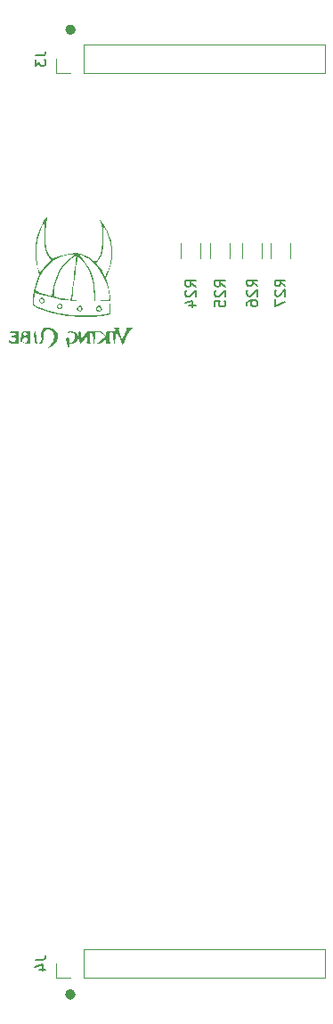
<source format=gbr>
%TF.GenerationSoftware,KiCad,Pcbnew,(6.0.6)*%
%TF.CreationDate,2022-11-26T15:19:07+01:00*%
%TF.ProjectId,vcer-midi-to-cv,76636572-2d6d-4696-9469-2d746f2d6376,rev?*%
%TF.SameCoordinates,Original*%
%TF.FileFunction,Legend,Bot*%
%TF.FilePolarity,Positive*%
%FSLAX46Y46*%
G04 Gerber Fmt 4.6, Leading zero omitted, Abs format (unit mm)*
G04 Created by KiCad (PCBNEW (6.0.6)) date 2022-11-26 15:19:07*
%MOMM*%
%LPD*%
G01*
G04 APERTURE LIST*
%ADD10C,0.493688*%
%ADD11C,0.150000*%
%ADD12C,0.120000*%
G04 APERTURE END LIST*
D10*
X9256844Y-95960000D02*
G75*
G03*
X9256844Y-95960000I-246844J0D01*
G01*
X9266844Y-4230000D02*
G75*
G03*
X9266844Y-4230000I-246844J0D01*
G01*
D11*
%TO.C,R24*%
X20952380Y-28657142D02*
X20476190Y-28323809D01*
X20952380Y-28085714D02*
X19952380Y-28085714D01*
X19952380Y-28466666D01*
X20000000Y-28561904D01*
X20047619Y-28609523D01*
X20142857Y-28657142D01*
X20285714Y-28657142D01*
X20380952Y-28609523D01*
X20428571Y-28561904D01*
X20476190Y-28466666D01*
X20476190Y-28085714D01*
X20047619Y-29038095D02*
X20000000Y-29085714D01*
X19952380Y-29180952D01*
X19952380Y-29419047D01*
X20000000Y-29514285D01*
X20047619Y-29561904D01*
X20142857Y-29609523D01*
X20238095Y-29609523D01*
X20380952Y-29561904D01*
X20952380Y-28990476D01*
X20952380Y-29609523D01*
X20285714Y-30466666D02*
X20952380Y-30466666D01*
X19904761Y-30228571D02*
X20619047Y-29990476D01*
X20619047Y-30609523D01*
%TO.C,J3*%
X5682380Y-6666666D02*
X6396666Y-6666666D01*
X6539523Y-6619047D01*
X6634761Y-6523809D01*
X6682380Y-6380952D01*
X6682380Y-6285714D01*
X5682380Y-7047619D02*
X5682380Y-7666666D01*
X6063333Y-7333333D01*
X6063333Y-7476190D01*
X6110952Y-7571428D01*
X6158571Y-7619047D01*
X6253809Y-7666666D01*
X6491904Y-7666666D01*
X6587142Y-7619047D01*
X6634761Y-7571428D01*
X6682380Y-7476190D01*
X6682380Y-7190476D01*
X6634761Y-7095238D01*
X6587142Y-7047619D01*
%TO.C,R25*%
X23752380Y-28657142D02*
X23276190Y-28323809D01*
X23752380Y-28085714D02*
X22752380Y-28085714D01*
X22752380Y-28466666D01*
X22800000Y-28561904D01*
X22847619Y-28609523D01*
X22942857Y-28657142D01*
X23085714Y-28657142D01*
X23180952Y-28609523D01*
X23228571Y-28561904D01*
X23276190Y-28466666D01*
X23276190Y-28085714D01*
X22847619Y-29038095D02*
X22800000Y-29085714D01*
X22752380Y-29180952D01*
X22752380Y-29419047D01*
X22800000Y-29514285D01*
X22847619Y-29561904D01*
X22942857Y-29609523D01*
X23038095Y-29609523D01*
X23180952Y-29561904D01*
X23752380Y-28990476D01*
X23752380Y-29609523D01*
X22752380Y-30514285D02*
X22752380Y-30038095D01*
X23228571Y-29990476D01*
X23180952Y-30038095D01*
X23133333Y-30133333D01*
X23133333Y-30371428D01*
X23180952Y-30466666D01*
X23228571Y-30514285D01*
X23323809Y-30561904D01*
X23561904Y-30561904D01*
X23657142Y-30514285D01*
X23704761Y-30466666D01*
X23752380Y-30371428D01*
X23752380Y-30133333D01*
X23704761Y-30038095D01*
X23657142Y-29990476D01*
%TO.C,J4*%
X5682380Y-92666666D02*
X6396666Y-92666666D01*
X6539523Y-92619047D01*
X6634761Y-92523809D01*
X6682380Y-92380952D01*
X6682380Y-92285714D01*
X6015714Y-93571428D02*
X6682380Y-93571428D01*
X5634761Y-93333333D02*
X6349047Y-93095238D01*
X6349047Y-93714285D01*
%TO.C,R26*%
X26802380Y-28607142D02*
X26326190Y-28273809D01*
X26802380Y-28035714D02*
X25802380Y-28035714D01*
X25802380Y-28416666D01*
X25850000Y-28511904D01*
X25897619Y-28559523D01*
X25992857Y-28607142D01*
X26135714Y-28607142D01*
X26230952Y-28559523D01*
X26278571Y-28511904D01*
X26326190Y-28416666D01*
X26326190Y-28035714D01*
X25897619Y-28988095D02*
X25850000Y-29035714D01*
X25802380Y-29130952D01*
X25802380Y-29369047D01*
X25850000Y-29464285D01*
X25897619Y-29511904D01*
X25992857Y-29559523D01*
X26088095Y-29559523D01*
X26230952Y-29511904D01*
X26802380Y-28940476D01*
X26802380Y-29559523D01*
X25802380Y-30416666D02*
X25802380Y-30226190D01*
X25850000Y-30130952D01*
X25897619Y-30083333D01*
X26040476Y-29988095D01*
X26230952Y-29940476D01*
X26611904Y-29940476D01*
X26707142Y-29988095D01*
X26754761Y-30035714D01*
X26802380Y-30130952D01*
X26802380Y-30321428D01*
X26754761Y-30416666D01*
X26707142Y-30464285D01*
X26611904Y-30511904D01*
X26373809Y-30511904D01*
X26278571Y-30464285D01*
X26230952Y-30416666D01*
X26183333Y-30321428D01*
X26183333Y-30130952D01*
X26230952Y-30035714D01*
X26278571Y-29988095D01*
X26373809Y-29940476D01*
%TO.C,R27*%
X29452380Y-28607142D02*
X28976190Y-28273809D01*
X29452380Y-28035714D02*
X28452380Y-28035714D01*
X28452380Y-28416666D01*
X28500000Y-28511904D01*
X28547619Y-28559523D01*
X28642857Y-28607142D01*
X28785714Y-28607142D01*
X28880952Y-28559523D01*
X28928571Y-28511904D01*
X28976190Y-28416666D01*
X28976190Y-28035714D01*
X28547619Y-28988095D02*
X28500000Y-29035714D01*
X28452380Y-29130952D01*
X28452380Y-29369047D01*
X28500000Y-29464285D01*
X28547619Y-29511904D01*
X28642857Y-29559523D01*
X28738095Y-29559523D01*
X28880952Y-29511904D01*
X29452380Y-28940476D01*
X29452380Y-29559523D01*
X28452380Y-29892857D02*
X28452380Y-30559523D01*
X29452380Y-30130952D01*
D12*
%TO.C,R24*%
X21360000Y-25977064D02*
X21360000Y-24522936D01*
X19540000Y-25977064D02*
X19540000Y-24522936D01*
%TO.C,G\u002A\u002A\u002A*%
G36*
X9151343Y-32886703D02*
G01*
X9466843Y-32979175D01*
X9668077Y-33185201D01*
X9738771Y-33490193D01*
X9738667Y-33504078D01*
X9666834Y-33808346D01*
X9471186Y-34001051D01*
X9165441Y-34068360D01*
X9002227Y-34076112D01*
X8910830Y-34123331D01*
X8916637Y-34237693D01*
X8924173Y-34349176D01*
X8864963Y-34408223D01*
X8768601Y-34328017D01*
X8751535Y-34289008D01*
X8700841Y-34110797D01*
X8647535Y-33862350D01*
X8622744Y-33723245D01*
X8608805Y-33556464D01*
X8650709Y-33488573D01*
X8761372Y-33475693D01*
X8852813Y-33483968D01*
X8918562Y-33553661D01*
X8909190Y-33736338D01*
X8894751Y-33901191D01*
X8947291Y-33973599D01*
X9112795Y-33969171D01*
X9179166Y-33955846D01*
X9373713Y-33821714D01*
X9471292Y-33582906D01*
X9453311Y-33277206D01*
X9419765Y-33192116D01*
X9261233Y-33035680D01*
X9049022Y-32981308D01*
X8848672Y-33053272D01*
X8838537Y-33061594D01*
X8745391Y-33110183D01*
X8722771Y-33020393D01*
X8733438Y-32966206D01*
X8831686Y-32901473D01*
X9061438Y-32883026D01*
X9151343Y-32886703D01*
G37*
G36*
X8210863Y-30728736D02*
G01*
X8104315Y-30811941D01*
X7923090Y-30811750D01*
X7759615Y-30662115D01*
X7715789Y-30521534D01*
X7717981Y-30518040D01*
X7834805Y-30518040D01*
X7878131Y-30651945D01*
X7996560Y-30707774D01*
X8126160Y-30644112D01*
X8173572Y-30561818D01*
X8174730Y-30431402D01*
X8107919Y-30367758D01*
X7959416Y-30356092D01*
X7847863Y-30463836D01*
X7834805Y-30518040D01*
X7717981Y-30518040D01*
X7807475Y-30375370D01*
X7918811Y-30301684D01*
X8091674Y-30297671D01*
X8227128Y-30393050D01*
X8240440Y-30431402D01*
X8281437Y-30549509D01*
X8210863Y-30728736D01*
G37*
G36*
X13507417Y-32549833D02*
G01*
X13653416Y-32571875D01*
X13654024Y-32614512D01*
X13639513Y-32625523D01*
X13606990Y-32715273D01*
X13642002Y-32889089D01*
X13750147Y-33179897D01*
X13952684Y-33677722D01*
X14179831Y-33229470D01*
X14273254Y-33024666D01*
X14349992Y-32797676D01*
X14361532Y-32662789D01*
X14364461Y-32596542D01*
X14470960Y-32559898D01*
X14715595Y-32555890D01*
X14854080Y-32563120D01*
X14962437Y-32581534D01*
X14924986Y-32604062D01*
X14835611Y-32644514D01*
X14714206Y-32775716D01*
X14568980Y-33018498D01*
X14383540Y-33396865D01*
X14284017Y-33606669D01*
X14142747Y-33888173D01*
X14035647Y-34081306D01*
X13980336Y-34153026D01*
X13979000Y-34152863D01*
X13922942Y-34073844D01*
X13829243Y-33878230D01*
X13717449Y-33606645D01*
X13714554Y-33599168D01*
X13597637Y-33323857D01*
X13492566Y-33121399D01*
X13421771Y-33035145D01*
X13376996Y-33084000D01*
X13329306Y-33262589D01*
X13294771Y-33532231D01*
X13258598Y-33872724D01*
X13218798Y-34055633D01*
X13178306Y-34071733D01*
X13139373Y-33920218D01*
X13104253Y-33600283D01*
X13091053Y-33444909D01*
X13057321Y-33168100D01*
X13011620Y-33020261D01*
X12941062Y-32972747D01*
X12832756Y-32996909D01*
X12832585Y-32996975D01*
X12753173Y-33106888D01*
X12708723Y-33320789D01*
X12701090Y-33576713D01*
X12732132Y-33812692D01*
X12803705Y-33966760D01*
X12834672Y-34003523D01*
X12814943Y-34054514D01*
X12649035Y-34068360D01*
X12482643Y-34055675D01*
X12417234Y-33981415D01*
X12426029Y-33793193D01*
X12459292Y-33518026D01*
X12200892Y-33793193D01*
X11961253Y-33992366D01*
X11708465Y-34062993D01*
X11592318Y-34057999D01*
X11544378Y-34037185D01*
X11643771Y-33986572D01*
X11731937Y-33934537D01*
X11927161Y-33778996D01*
X12142023Y-33574509D01*
X12274686Y-33427627D01*
X12409367Y-33219623D01*
X12425116Y-33058263D01*
X12412148Y-32967383D01*
X12458182Y-32911328D01*
X12602010Y-32887804D01*
X12879365Y-32883026D01*
X13144326Y-32871786D01*
X13336179Y-32826198D01*
X13365901Y-32747019D01*
X13231271Y-32635808D01*
X13168751Y-32586109D01*
X13220408Y-32556762D01*
X13421771Y-32548231D01*
X13507417Y-32549833D01*
G37*
G36*
X4794492Y-34050883D02*
G01*
X4656374Y-34037387D01*
X4378200Y-33953742D01*
X4251138Y-33804486D01*
X4272154Y-33645197D01*
X4446148Y-33645197D01*
X4458820Y-33856693D01*
X4534578Y-33936402D01*
X4710163Y-33983693D01*
X4792608Y-33978185D01*
X4889414Y-33911812D01*
X4912771Y-33729693D01*
X4908378Y-33626336D01*
X4855434Y-33504975D01*
X4710163Y-33475693D01*
X4567785Y-33506296D01*
X4446148Y-33645197D01*
X4272154Y-33645197D01*
X4279036Y-33593034D01*
X4327711Y-33421514D01*
X4356010Y-33179360D01*
X4363511Y-33062294D01*
X4375355Y-33037147D01*
X4543723Y-33037147D01*
X4546664Y-33187637D01*
X4583755Y-33248119D01*
X4715625Y-33308224D01*
X4850756Y-33267673D01*
X4912771Y-33137026D01*
X4888423Y-33033889D01*
X4757549Y-32967693D01*
X4685749Y-32971378D01*
X4543723Y-33037147D01*
X4375355Y-33037147D01*
X4408816Y-32966105D01*
X4534811Y-32921751D01*
X4785771Y-32900502D01*
X5209105Y-32875645D01*
X5209105Y-34075741D01*
X4794492Y-34050883D01*
G37*
G36*
X5696349Y-32906542D02*
G01*
X5744065Y-33062511D01*
X5759438Y-33374093D01*
X5768649Y-33587023D01*
X5805552Y-33831033D01*
X5861038Y-33966760D01*
X5912439Y-34045339D01*
X5820318Y-34068360D01*
X5723834Y-34034632D01*
X5653116Y-33910364D01*
X5605175Y-33669287D01*
X5571692Y-33285193D01*
X5566484Y-33157300D01*
X5585662Y-32949060D01*
X5652995Y-32883026D01*
X5696349Y-32906542D01*
G37*
G36*
X9953706Y-32888413D02*
G01*
X10013838Y-32969133D01*
X10009413Y-33174455D01*
X10003241Y-33230766D01*
X9995440Y-33478238D01*
X10042959Y-33567392D01*
X10152225Y-33500330D01*
X10329667Y-33279153D01*
X10614144Y-32883026D01*
X11366788Y-32883026D01*
X11490300Y-32883864D01*
X11815471Y-32897108D01*
X12016028Y-32924482D01*
X12069730Y-32963445D01*
X12080327Y-33038332D01*
X12198985Y-33139638D01*
X12304427Y-33212816D01*
X12332815Y-33280538D01*
X12326541Y-33284394D01*
X12224010Y-33254752D01*
X12060146Y-33146679D01*
X11828949Y-33020561D01*
X11590020Y-32967693D01*
X11456734Y-32975267D01*
X11381221Y-33026272D01*
X11352186Y-33162674D01*
X11347438Y-33426435D01*
X11343128Y-33602668D01*
X11320134Y-33869489D01*
X11283938Y-34040268D01*
X11254758Y-34092245D01*
X11220907Y-34053882D01*
X11198719Y-33856693D01*
X11175873Y-33571399D01*
X11125152Y-33227142D01*
X11055239Y-33030339D01*
X10962602Y-32967693D01*
X10897543Y-33032008D01*
X10851939Y-33212808D01*
X10833004Y-33455906D01*
X10841642Y-33706633D01*
X10878763Y-33910317D01*
X10945271Y-34012286D01*
X10959699Y-34020251D01*
X10920043Y-34046917D01*
X10754771Y-34060379D01*
X10701125Y-34060607D01*
X10555901Y-34042431D01*
X10570131Y-33994945D01*
X10644311Y-33859530D01*
X10654797Y-33604363D01*
X10627771Y-33284602D01*
X10347344Y-33676481D01*
X10152936Y-33926005D01*
X10001358Y-34051364D01*
X9901008Y-34020853D01*
X9840693Y-33830293D01*
X9809219Y-33475502D01*
X9800650Y-33231046D01*
X9808187Y-33015257D01*
X9843459Y-32910314D01*
X9912270Y-32882835D01*
X9953706Y-32888413D01*
G37*
G36*
X11968327Y-30963915D02*
G01*
X11834102Y-31033433D01*
X11648580Y-31004561D01*
X11495676Y-30875910D01*
X11473085Y-30805488D01*
X11569591Y-30805488D01*
X11627880Y-30888725D01*
X11771912Y-30930934D01*
X11902331Y-30843649D01*
X11907779Y-30716355D01*
X11804161Y-30626056D01*
X11650890Y-30624912D01*
X11589830Y-30667623D01*
X11569591Y-30805488D01*
X11473085Y-30805488D01*
X11432105Y-30677747D01*
X11441125Y-30641556D01*
X11552003Y-30540255D01*
X11728105Y-30475006D01*
X11891638Y-30479388D01*
X11914302Y-30491207D01*
X12002089Y-30625457D01*
X12013126Y-30716355D01*
X12024921Y-30813499D01*
X11968327Y-30963915D01*
G37*
G36*
X10105660Y-30963915D02*
G01*
X10086735Y-30980353D01*
X9917306Y-31026883D01*
X9736197Y-30976414D01*
X9629183Y-30849537D01*
X9624807Y-30824590D01*
X9635828Y-30766360D01*
X9738771Y-30766360D01*
X9787656Y-30892406D01*
X9912349Y-30934946D01*
X10035105Y-30851026D01*
X10057892Y-30787297D01*
X10009652Y-30655854D01*
X9860775Y-30597026D01*
X9789562Y-30629080D01*
X9738771Y-30766360D01*
X9635828Y-30766360D01*
X9656545Y-30656896D01*
X9751327Y-30498195D01*
X9864894Y-30427693D01*
X9993987Y-30464913D01*
X10125269Y-30608080D01*
X10170161Y-30787297D01*
X10172536Y-30796780D01*
X10105660Y-30963915D01*
G37*
G36*
X4108438Y-34068360D02*
G01*
X3672997Y-34068360D01*
X3479267Y-34062167D01*
X3275668Y-34021280D01*
X3186163Y-33934435D01*
X3168709Y-33885314D01*
X3137564Y-33735248D01*
X3159350Y-33678441D01*
X3226220Y-33750860D01*
X3336444Y-33847824D01*
X3562312Y-33899026D01*
X3672800Y-33893778D01*
X3785990Y-33836287D01*
X3812105Y-33677489D01*
X3808505Y-33589873D01*
X3755961Y-33491121D01*
X3600438Y-33496415D01*
X3455663Y-33502285D01*
X3388771Y-33421619D01*
X3436738Y-33346252D01*
X3600438Y-33306360D01*
X3740125Y-33281490D01*
X3812105Y-33170096D01*
X3804393Y-33118841D01*
X3721492Y-33062428D01*
X3515771Y-33068429D01*
X3493112Y-33070928D01*
X3285583Y-33066669D01*
X3219438Y-32993025D01*
X3235577Y-32952851D01*
X3373554Y-32899915D01*
X3663938Y-32883026D01*
X4108438Y-32883026D01*
X4108438Y-34068360D01*
G37*
G36*
X7322709Y-32614194D02*
G01*
X7613385Y-32802138D01*
X7792436Y-33097717D01*
X7852650Y-33482866D01*
X7758617Y-33851351D01*
X7503813Y-34173548D01*
X7090391Y-34445320D01*
X6903914Y-34537022D01*
X6715133Y-34626443D01*
X6631814Y-34661026D01*
X6601278Y-34640785D01*
X6685222Y-34553671D01*
X6904491Y-34405758D01*
X7190691Y-34166482D01*
X7388533Y-33812033D01*
X7452771Y-33359042D01*
X7441808Y-33149247D01*
X7377024Y-32956570D01*
X7227801Y-32803022D01*
X7016702Y-32690940D01*
X6762560Y-32697783D01*
X6542605Y-32865424D01*
X6499147Y-32964586D01*
X6454199Y-33201396D01*
X6436771Y-33494603D01*
X6434228Y-33685286D01*
X6412315Y-33889818D01*
X6354843Y-33999722D01*
X6246271Y-34061219D01*
X6227852Y-34068035D01*
X6059521Y-34106649D01*
X6023628Y-34065055D01*
X6134210Y-33956383D01*
X6147775Y-33946012D01*
X6229294Y-33839012D01*
X6261783Y-33661148D01*
X6255029Y-33364476D01*
X6248371Y-33157084D01*
X6259134Y-32959288D01*
X6288605Y-32882911D01*
X6315154Y-32872166D01*
X6352105Y-32765901D01*
X6394111Y-32681486D01*
X6542605Y-32597724D01*
X6947810Y-32544847D01*
X7322709Y-32614194D01*
G37*
G36*
X12860420Y-26728952D02*
G01*
X12582136Y-27450483D01*
X12376090Y-27857096D01*
X12531204Y-28327277D01*
X12559048Y-28414538D01*
X12735513Y-29148034D01*
X12799229Y-29632035D01*
X12838979Y-29933979D01*
X12840628Y-30004360D01*
X12841620Y-30046693D01*
X12856415Y-30678167D01*
X12829105Y-31309642D01*
X12490438Y-31381870D01*
X12388492Y-31400349D01*
X12090301Y-31440808D01*
X11709988Y-31481443D01*
X11305105Y-31515754D01*
X10184560Y-31550137D01*
X8791242Y-31451627D01*
X7438534Y-31191523D01*
X6116664Y-30768416D01*
X5856157Y-30665983D01*
X5619381Y-30560312D01*
X5488467Y-30472228D01*
X5432551Y-30379109D01*
X5420771Y-30258332D01*
X5425820Y-30094015D01*
X5427708Y-30075582D01*
X5559519Y-30075582D01*
X5569328Y-30275404D01*
X5618447Y-30393598D01*
X5717395Y-30478002D01*
X5786268Y-30517881D01*
X6060825Y-30640787D01*
X6446100Y-30783560D01*
X6903079Y-30933142D01*
X7392751Y-31076477D01*
X7876105Y-31200507D01*
X8069414Y-31239838D01*
X8571213Y-31309539D01*
X9175003Y-31362782D01*
X9835869Y-31398172D01*
X10508895Y-31414313D01*
X11149164Y-31409811D01*
X11711761Y-31383271D01*
X12151771Y-31333298D01*
X12744438Y-31232026D01*
X12768902Y-30639360D01*
X12793366Y-30046693D01*
X10906235Y-30046608D01*
X10631021Y-30046109D01*
X9912805Y-30037332D01*
X9309191Y-30013488D01*
X8779389Y-29969248D01*
X8282610Y-29899282D01*
X7778063Y-29798262D01*
X7224959Y-29660860D01*
X7145024Y-29638574D01*
X7452771Y-29638574D01*
X8066605Y-29744443D01*
X8080928Y-29746916D01*
X8410230Y-29805240D01*
X8691647Y-29857571D01*
X8865630Y-29892849D01*
X8963659Y-29904085D01*
X8965041Y-29903060D01*
X9180141Y-29903060D01*
X9480623Y-29952778D01*
X9529095Y-29959639D01*
X9790748Y-29981641D01*
X10142380Y-29997244D01*
X10521938Y-30003428D01*
X11262771Y-30004360D01*
X11262771Y-29408123D01*
X11252774Y-29112722D01*
X11195694Y-28575534D01*
X11097813Y-28036536D01*
X10970346Y-27552725D01*
X10824511Y-27181099D01*
X10720568Y-26993774D01*
X10536824Y-26704699D01*
X10330090Y-26412373D01*
X10123295Y-26145923D01*
X9939368Y-25934474D01*
X9801239Y-25807154D01*
X9731837Y-25793090D01*
X9711316Y-25867540D01*
X9669394Y-26091954D01*
X9614505Y-26432499D01*
X9550810Y-26859543D01*
X9482468Y-27343457D01*
X9413638Y-27854611D01*
X9348479Y-28363375D01*
X9291153Y-28840118D01*
X9245817Y-29255210D01*
X9180141Y-29903060D01*
X8965041Y-29903060D01*
X9046496Y-29842638D01*
X9091129Y-29652372D01*
X9098875Y-29597356D01*
X9139890Y-29294100D01*
X9191961Y-28895580D01*
X9251457Y-28431042D01*
X9314749Y-27929731D01*
X9378205Y-27420893D01*
X9438196Y-26933775D01*
X9491091Y-26497621D01*
X9533260Y-26141678D01*
X9561072Y-25895191D01*
X9570897Y-25787406D01*
X9518706Y-25735946D01*
X9374639Y-25789089D01*
X9162915Y-25933437D01*
X8907754Y-26152403D01*
X8633380Y-26429400D01*
X8372711Y-26747863D01*
X8002670Y-27340402D01*
X7712441Y-27987754D01*
X7522613Y-28640687D01*
X7453776Y-29249967D01*
X7452771Y-29638574D01*
X7145024Y-29638574D01*
X6582509Y-29481745D01*
X6256181Y-29390509D01*
X5944919Y-29309666D01*
X5728307Y-29260695D01*
X5640160Y-29251845D01*
X5621489Y-29332549D01*
X5596735Y-29539090D01*
X5573108Y-29821858D01*
X5559519Y-30075582D01*
X5427708Y-30075582D01*
X5474425Y-29619415D01*
X5564133Y-29085605D01*
X5612917Y-28869191D01*
X5714300Y-28869191D01*
X5738121Y-29019373D01*
X5857326Y-29125022D01*
X6093628Y-29218954D01*
X6468738Y-29333988D01*
X6483923Y-29338580D01*
X6785858Y-29431101D01*
X7027877Y-29507386D01*
X7158812Y-29551319D01*
X7181509Y-29555669D01*
X7261970Y-29473560D01*
X7321271Y-29227018D01*
X7430669Y-28630112D01*
X7674245Y-27790297D01*
X8010149Y-27073629D01*
X8446760Y-26463643D01*
X8992462Y-25943875D01*
X9373347Y-25640610D01*
X9925632Y-25640610D01*
X9931208Y-25665485D01*
X10002851Y-25787406D01*
X10009702Y-25799064D01*
X10159859Y-26018841D01*
X10360666Y-26293291D01*
X10381049Y-26320482D01*
X10755143Y-26870689D01*
X11025016Y-27397362D01*
X11206327Y-27947420D01*
X11314736Y-28567784D01*
X11365901Y-29305375D01*
X11389771Y-30003390D01*
X11686105Y-29989083D01*
X12056518Y-29969844D01*
X12364013Y-29945041D01*
X12554163Y-29908753D01*
X12655124Y-29851086D01*
X12695052Y-29762145D01*
X12702105Y-29632035D01*
X12701237Y-29573501D01*
X12625866Y-29017548D01*
X12443675Y-28402410D01*
X12175723Y-27771955D01*
X11843065Y-27170052D01*
X11466759Y-26640567D01*
X11215470Y-26380271D01*
X11445878Y-26380271D01*
X11738981Y-26764257D01*
X11852873Y-26918733D01*
X12033213Y-27183335D01*
X12157602Y-27390968D01*
X12164884Y-27404928D01*
X12260646Y-27566961D01*
X12321558Y-27633693D01*
X12326102Y-27633053D01*
X12401060Y-27547116D01*
X12507449Y-27346049D01*
X12626700Y-27072195D01*
X12740243Y-26767893D01*
X12829508Y-26475487D01*
X12941550Y-25763878D01*
X12918296Y-24966462D01*
X12752132Y-24165963D01*
X12447666Y-23399490D01*
X12447102Y-23398372D01*
X12315469Y-23143445D01*
X12216032Y-22961678D01*
X12170279Y-22892360D01*
X12167798Y-22900265D01*
X12160529Y-23025898D01*
X12154845Y-23280865D01*
X12151271Y-23634597D01*
X12150331Y-24056526D01*
X12149509Y-24258723D01*
X12128261Y-24859205D01*
X12073737Y-25326216D01*
X11979738Y-25686102D01*
X11840067Y-25965212D01*
X11648527Y-26189892D01*
X11445878Y-26380271D01*
X11215470Y-26380271D01*
X11067861Y-26227371D01*
X10961217Y-26146331D01*
X10730514Y-25998750D01*
X10467857Y-25851914D01*
X10216993Y-25728297D01*
X10021669Y-25650372D01*
X9925632Y-25640610D01*
X9373347Y-25640610D01*
X9422225Y-25601693D01*
X9130198Y-25601693D01*
X9128621Y-25601694D01*
X8807221Y-25638077D01*
X8403833Y-25733568D01*
X7986210Y-25869119D01*
X7622105Y-26025681D01*
X7499553Y-26108260D01*
X7215853Y-26299425D01*
X6790367Y-26718219D01*
X6400235Y-27230995D01*
X6074282Y-27799549D01*
X5841338Y-28385676D01*
X5764152Y-28641658D01*
X5714300Y-28869191D01*
X5612917Y-28869191D01*
X5682024Y-28562622D01*
X5815177Y-28120499D01*
X6027867Y-27530873D01*
X5851319Y-26838707D01*
X5694377Y-25917951D01*
X5693210Y-25811265D01*
X5771138Y-25811265D01*
X5871737Y-26533078D01*
X5920209Y-26722836D01*
X6000044Y-26985407D01*
X6067089Y-27151930D01*
X6096504Y-27198548D01*
X6158861Y-27230780D01*
X6247244Y-27156862D01*
X6393331Y-26957957D01*
X6455513Y-26872470D01*
X6688094Y-26593255D01*
X6920086Y-26359556D01*
X7206296Y-26108260D01*
X7004399Y-25833810D01*
X6842805Y-25594891D01*
X6722399Y-25354754D01*
X6641775Y-25086427D01*
X6593451Y-24754697D01*
X6569944Y-24324350D01*
X6563771Y-23760170D01*
X6563570Y-23588010D01*
X6561328Y-23180519D01*
X6556997Y-22852281D01*
X6551067Y-22633323D01*
X6544031Y-22553670D01*
X6514354Y-22595552D01*
X6426834Y-22752218D01*
X6305658Y-22985145D01*
X6099398Y-23470342D01*
X5891843Y-24223693D01*
X5780131Y-25022735D01*
X5771138Y-25811265D01*
X5693210Y-25811265D01*
X5684004Y-24969514D01*
X5821616Y-24042596D01*
X6104835Y-23171601D01*
X6206104Y-22956721D01*
X6349495Y-22686637D01*
X6505185Y-22416155D01*
X6650582Y-22182939D01*
X6763095Y-22024657D01*
X6820134Y-21978974D01*
X6821113Y-21980858D01*
X6814634Y-22082519D01*
X6781302Y-22302191D01*
X6727688Y-22596026D01*
X6692673Y-22799020D01*
X6631932Y-23362799D01*
X6613316Y-23941998D01*
X6637416Y-24476961D01*
X6704822Y-24908034D01*
X6729605Y-24998292D01*
X6849441Y-25318685D01*
X7002206Y-25617068D01*
X7161347Y-25846524D01*
X7300309Y-25960138D01*
X7380049Y-25958882D01*
X7584846Y-25905383D01*
X7842896Y-25805685D01*
X7858858Y-25798758D01*
X8170631Y-25690837D01*
X8564281Y-25589046D01*
X8958592Y-25514577D01*
X8975635Y-25512111D01*
X9518803Y-25471245D01*
X9988438Y-25529151D01*
X10181011Y-25601693D01*
X10440818Y-25699562D01*
X10932218Y-25996213D01*
X10987964Y-26034494D01*
X11205181Y-26176540D01*
X11338509Y-26233907D01*
X11433678Y-26217275D01*
X11536420Y-26137324D01*
X11658366Y-26003910D01*
X11860567Y-25627897D01*
X12000785Y-25131844D01*
X12076495Y-24541841D01*
X12085174Y-23883978D01*
X12024296Y-23184343D01*
X11891338Y-22469026D01*
X11841022Y-22257360D01*
X12015744Y-22469026D01*
X12128077Y-22620464D01*
X12355017Y-22995983D01*
X12580089Y-23441823D01*
X12773775Y-23897263D01*
X12906559Y-24301581D01*
X12916747Y-24341976D01*
X13032731Y-25126113D01*
X13016671Y-25763878D01*
X13012287Y-25937966D01*
X12860420Y-26728952D01*
G37*
G36*
X6449852Y-30233053D02*
G01*
X6280304Y-30246608D01*
X6116849Y-30177616D01*
X6030519Y-30039284D01*
X6033868Y-29982221D01*
X6114036Y-29982221D01*
X6154249Y-30078216D01*
X6267559Y-30156648D01*
X6383556Y-30136015D01*
X6436771Y-30010568D01*
X6405980Y-29890809D01*
X6261230Y-29835026D01*
X6145233Y-29861707D01*
X6114036Y-29982221D01*
X6033868Y-29982221D01*
X6037402Y-29922020D01*
X6125621Y-29762657D01*
X6137514Y-29753249D01*
X6313637Y-29700215D01*
X6470743Y-29772338D01*
X6564432Y-29930589D01*
X6558927Y-30010568D01*
X6550298Y-30135940D01*
X6449852Y-30233053D01*
G37*
%TO.C,J3*%
X7670000Y-8330000D02*
X9000000Y-8330000D01*
X7670000Y-7000000D02*
X7670000Y-8330000D01*
X10270000Y-8330000D02*
X33190000Y-8330000D01*
X33190000Y-5670000D02*
X33190000Y-8330000D01*
X10270000Y-5670000D02*
X10270000Y-8330000D01*
X10270000Y-5670000D02*
X33190000Y-5670000D01*
%TO.C,R25*%
X24160000Y-25977064D02*
X24160000Y-24522936D01*
X22340000Y-25977064D02*
X22340000Y-24522936D01*
%TO.C,J4*%
X10270000Y-91670000D02*
X10270000Y-94330000D01*
X7670000Y-93000000D02*
X7670000Y-94330000D01*
X7670000Y-94330000D02*
X9000000Y-94330000D01*
X33190000Y-91670000D02*
X33190000Y-94330000D01*
X10270000Y-94330000D02*
X33190000Y-94330000D01*
X10270000Y-91670000D02*
X33190000Y-91670000D01*
%TO.C,R26*%
X27210000Y-25977064D02*
X27210000Y-24522936D01*
X25390000Y-25977064D02*
X25390000Y-24522936D01*
%TO.C,R27*%
X29910000Y-25977064D02*
X29910000Y-24522936D01*
X28090000Y-25977064D02*
X28090000Y-24522936D01*
%TD*%
M02*

</source>
